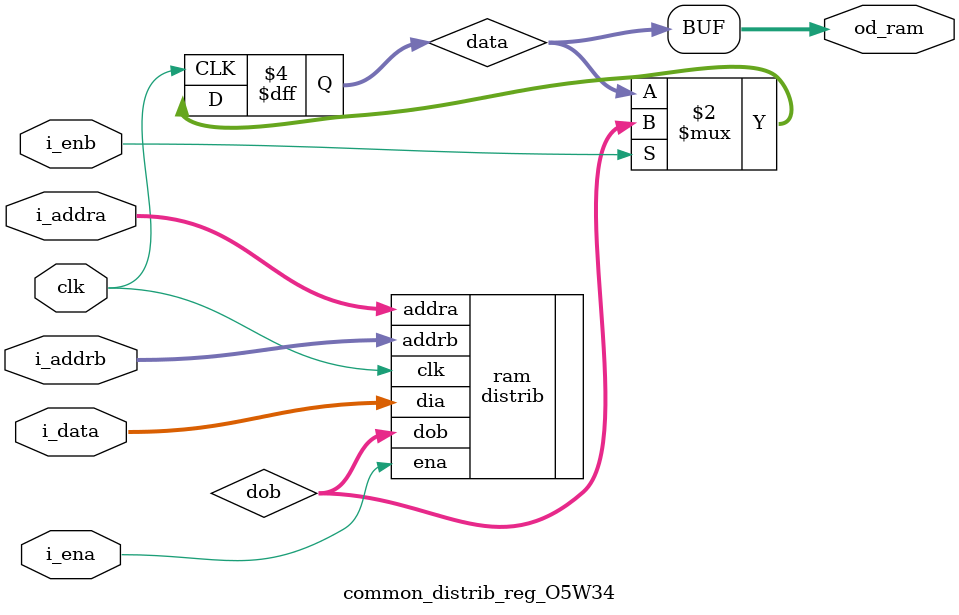
<source format=sv>
`timescale 100ps/100ps

(* keep_hierarchy = "yes" *) module common_distrib_reg_O5W34 (
    input  bit clk,
    input  bit i_ena,
    input  bit [4:0] i_addra,
    input  bit [33:0] i_data,
    input  bit i_enb,
    input  bit [4:0] i_addrb,
    output bit [33:0] od_ram
);


///////////////////////////////////////////////////////////
///////////////////////////////////////////////////////////
bit [33:0] data;
bit [33:0] dob;

distrib #(
    .ORDER               (5),
    .WIDTH               (34))
ram (
    .clk                 (clk),
    .ena                 (i_ena),
    .addra               (i_addra),
    .dia                 (i_data),
    .addrb               (i_addrb),
    .dob                 (dob));


///////////////////////////////////////////////////////////
///////////////////////////////////////////////////////////
always_ff @(posedge clk)
begin
    if (i_enb) begin
        data <= dob;
    end
end
assign od_ram = data;

endmodule
</source>
